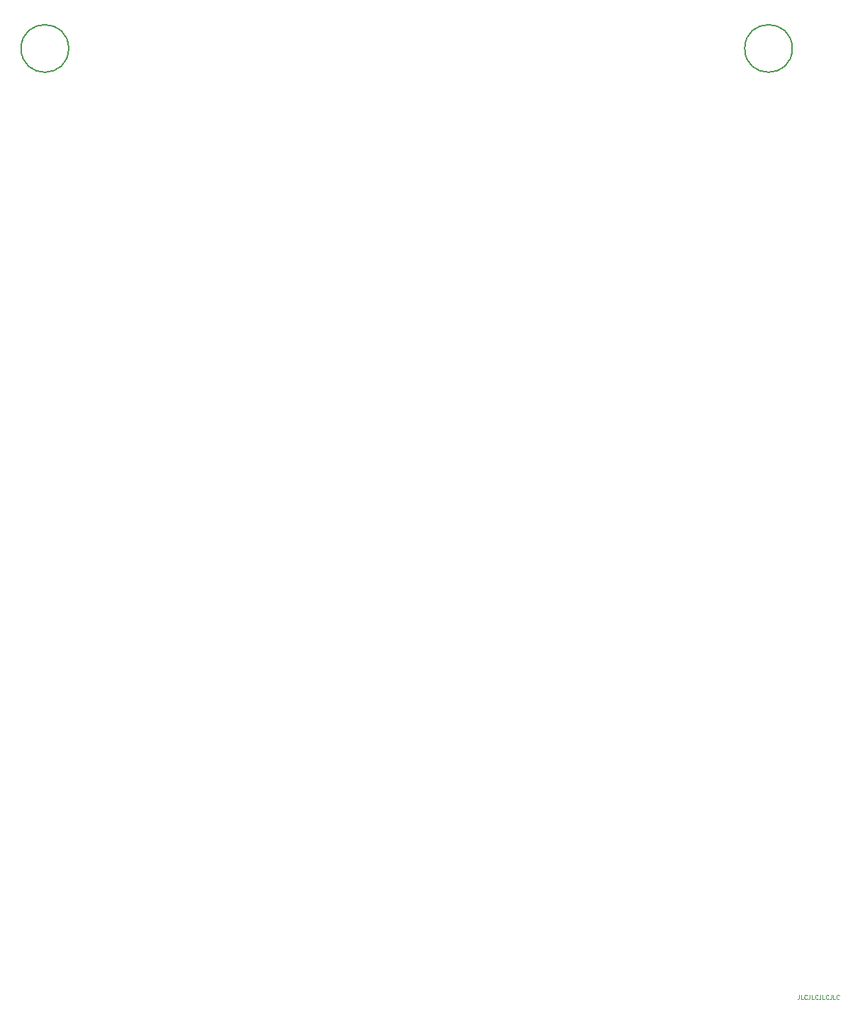
<source format=gbr>
%TF.GenerationSoftware,KiCad,Pcbnew,(5.1.10-1-10_14)*%
%TF.CreationDate,2021-10-29T16:55:04+02:00*%
%TF.ProjectId,bottom,626f7474-6f6d-42e6-9b69-6361645f7063,rev?*%
%TF.SameCoordinates,Original*%
%TF.FileFunction,Legend,Top*%
%TF.FilePolarity,Positive*%
%FSLAX46Y46*%
G04 Gerber Fmt 4.6, Leading zero omitted, Abs format (unit mm)*
G04 Created by KiCad (PCBNEW (5.1.10-1-10_14)) date 2021-10-29 16:55:04*
%MOMM*%
%LPD*%
G01*
G04 APERTURE LIST*
%ADD10C,0.100000*%
%ADD11C,0.150000*%
%ADD12C,3.500000*%
G04 APERTURE END LIST*
D10*
X132056476Y-171430190D02*
X132056476Y-171787333D01*
X132032666Y-171858761D01*
X131985047Y-171906380D01*
X131913619Y-171930190D01*
X131866000Y-171930190D01*
X132532666Y-171930190D02*
X132294571Y-171930190D01*
X132294571Y-171430190D01*
X132985047Y-171882571D02*
X132961238Y-171906380D01*
X132889809Y-171930190D01*
X132842190Y-171930190D01*
X132770761Y-171906380D01*
X132723142Y-171858761D01*
X132699333Y-171811142D01*
X132675523Y-171715904D01*
X132675523Y-171644476D01*
X132699333Y-171549238D01*
X132723142Y-171501619D01*
X132770761Y-171454000D01*
X132842190Y-171430190D01*
X132889809Y-171430190D01*
X132961238Y-171454000D01*
X132985047Y-171477809D01*
X133342190Y-171430190D02*
X133342190Y-171787333D01*
X133318380Y-171858761D01*
X133270761Y-171906380D01*
X133199333Y-171930190D01*
X133151714Y-171930190D01*
X133818380Y-171930190D02*
X133580285Y-171930190D01*
X133580285Y-171430190D01*
X134270761Y-171882571D02*
X134246952Y-171906380D01*
X134175523Y-171930190D01*
X134127904Y-171930190D01*
X134056476Y-171906380D01*
X134008857Y-171858761D01*
X133985047Y-171811142D01*
X133961238Y-171715904D01*
X133961238Y-171644476D01*
X133985047Y-171549238D01*
X134008857Y-171501619D01*
X134056476Y-171454000D01*
X134127904Y-171430190D01*
X134175523Y-171430190D01*
X134246952Y-171454000D01*
X134270761Y-171477809D01*
X134627904Y-171430190D02*
X134627904Y-171787333D01*
X134604095Y-171858761D01*
X134556476Y-171906380D01*
X134485047Y-171930190D01*
X134437428Y-171930190D01*
X135104095Y-171930190D02*
X134866000Y-171930190D01*
X134866000Y-171430190D01*
X135556476Y-171882571D02*
X135532666Y-171906380D01*
X135461238Y-171930190D01*
X135413619Y-171930190D01*
X135342190Y-171906380D01*
X135294571Y-171858761D01*
X135270761Y-171811142D01*
X135246952Y-171715904D01*
X135246952Y-171644476D01*
X135270761Y-171549238D01*
X135294571Y-171501619D01*
X135342190Y-171454000D01*
X135413619Y-171430190D01*
X135461238Y-171430190D01*
X135532666Y-171454000D01*
X135556476Y-171477809D01*
X135913619Y-171430190D02*
X135913619Y-171787333D01*
X135889809Y-171858761D01*
X135842190Y-171906380D01*
X135770761Y-171930190D01*
X135723142Y-171930190D01*
X136389809Y-171930190D02*
X136151714Y-171930190D01*
X136151714Y-171430190D01*
X136842190Y-171882571D02*
X136818380Y-171906380D01*
X136746952Y-171930190D01*
X136699333Y-171930190D01*
X136627904Y-171906380D01*
X136580285Y-171858761D01*
X136556476Y-171811142D01*
X136532666Y-171715904D01*
X136532666Y-171644476D01*
X136556476Y-171549238D01*
X136580285Y-171501619D01*
X136627904Y-171454000D01*
X136699333Y-171430190D01*
X136746952Y-171430190D01*
X136818380Y-171454000D01*
X136842190Y-171477809D01*
D11*
X131236806Y-58420000D02*
G75*
G03*
X131236806Y-58420000I-2839806J0D01*
G01*
X44749806Y-58420000D02*
G75*
G03*
X44749806Y-58420000I-2839806J0D01*
G01*
%LPC*%
D12*
%TO.C,H12*%
X41910000Y-58420000D03*
%TD*%
%TO.C,H11*%
X128397000Y-58420000D03*
%TD*%
%TO.C,H10*%
X92964000Y-154432000D03*
%TD*%
%TO.C,H9*%
X124460000Y-132588000D03*
%TD*%
%TO.C,H8*%
X60960000Y-132588000D03*
%TD*%
%TO.C,H7*%
X124460000Y-75438000D03*
%TD*%
%TO.C,H6*%
X133350000Y-168910000D03*
%TD*%
%TO.C,H5*%
X60960000Y-75438000D03*
%TD*%
%TO.C,H4*%
X36830000Y-168910000D03*
%TD*%
%TO.C,H3*%
X42418000Y-40640000D03*
%TD*%
%TO.C,H2*%
X92964000Y-113538000D03*
%TD*%
%TO.C,H1*%
X124460000Y-40640000D03*
%TD*%
M02*

</source>
